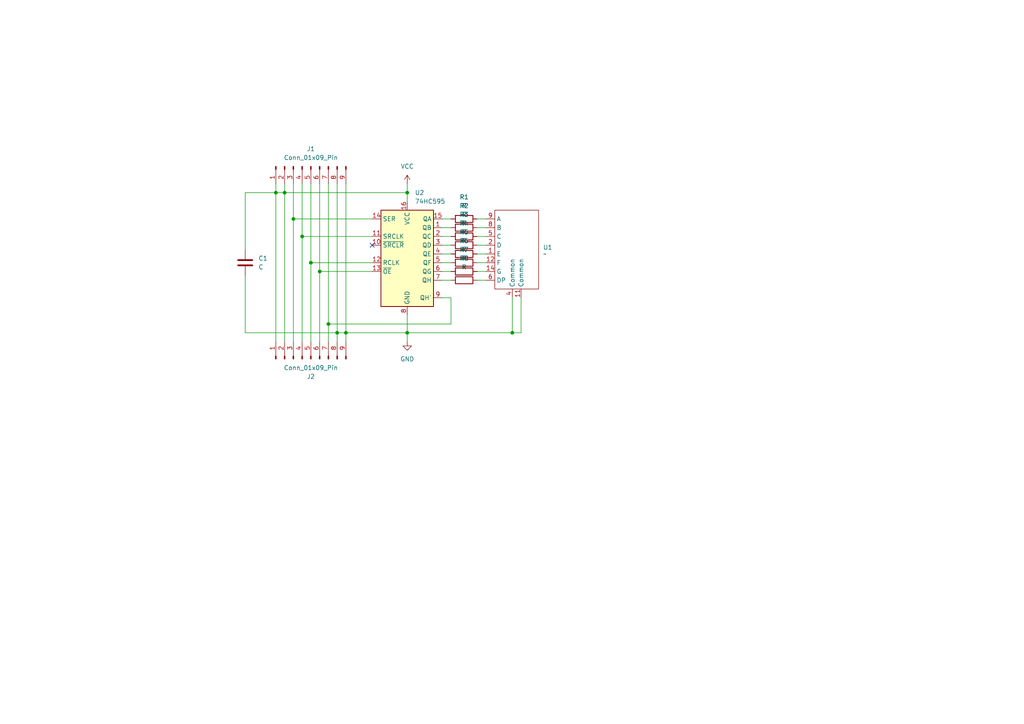
<source format=kicad_sch>
(kicad_sch (version 20231120) (generator "eeschema") (generator_version "8.0")
  (paper "A4")
  (lib_symbols
    (symbol "74xx:74HC595"
      (property "Reference" "U" (at -7.62 13.97 0))
      (property "Value" "74HC595" (at -7.62 -16.51 0))
      (symbol "74HC595_1_0"
        (pin tri_state line (at 10.16 7.62 180) (length 2.54) (name "QB") (number "1"))
        (pin input line (at -10.16 2.54 0) (length 2.54) (name "~{SRCLR}") (number "10"))
        (pin input line (at -10.16 5.08 0) (length 2.54) (name "SRCLK") (number "11"))
        (pin input line (at -10.16 -2.54 0) (length 2.54) (name "RCLK") (number "12"))
        (pin input line (at -10.16 -5.08 0) (length 2.54) (name "~{OE}") (number "13"))
        (pin input line (at -10.16 10.16 0) (length 2.54) (name "SER") (number "14"))
        (pin tri_state line (at 10.16 10.16 180) (length 2.54) (name "QA") (number "15"))
        (pin power_in line (at 0 15.24 270) (length 2.54) (name "VCC") (number "16"))
        (pin tri_state line (at 10.16 5.08 180) (length 2.54) (name "QC") (number "2"))
        (pin tri_state line (at 10.16 2.54 180) (length 2.54) (name "QD") (number "3"))
        (pin tri_state line (at 10.16 0 180) (length 2.54) (name "QE") (number "4"))
        (pin tri_state line (at 10.16 -2.54 180) (length 2.54) (name "QF") (number "5"))
        (pin tri_state line (at 10.16 -5.08 180) (length 2.54) (name "QG") (number "6"))
        (pin tri_state line (at 10.16 -7.62 180) (length 2.54) (name "QH") (number "7"))
        (pin power_in line (at 0 -17.78 90) (length 2.54) (name "GND") (number "8"))
        (pin output line (at 10.16 -12.7 180) (length 2.54) (name "QH'") (number "9"))
      )
      (symbol "74HC595_1_1"
        (rectangle (start -7.62 12.7) (end 7.62 -15.24) (stroke (width 0.254)) (fill (type background)))
      )
    )
    (symbol "Components:OSL11001"
      (property "Reference" "U" (at 0 2.794 0))
      (symbol "OSL11001_0_1"
        (rectangle (start -6.35 0) (end 6.35 -22.86))
      )
      (symbol "OSL11001_1_1"
        (pin passive line (at -8.89 -12.7 0) (length 2.54) (name "E") (number "1"))
        (pin passive line (at 1.27 -25.4 90) (length 2.54) (name "Common") (number "11"))
        (pin passive line (at -8.89 -15.24 0) (length 2.54) (name "F") (number "12"))
        (pin passive line (at -8.89 -17.78 0) (length 2.54) (name "G") (number "14"))
        (pin passive line (at -8.89 -10.16 0) (length 2.54) (name "D") (number "2"))
        (pin passive line (at -1.27 -25.4 90) (length 2.54) (name "Common") (number "4"))
        (pin passive line (at -8.89 -7.62 0) (length 2.54) (name "C") (number "5"))
        (pin passive line (at -8.89 -20.32 0) (length 2.54) (name "DP") (number "6"))
        (pin passive line (at -8.89 -5.08 0) (length 2.54) (name "B") (number "8"))
        (pin passive line (at -8.89 -2.54 0) (length 2.54) (name "A") (number "9"))
      )
    )
    (symbol "Connector:Conn_01x09_Pin" (pin_names (offset 1.016) hide)
      (property "Reference" "J" (at 0 12.7 0))
      (property "Value" "Conn_01x09_Pin" (at 0 -12.7 0))
      (symbol "Conn_01x09_Pin_1_1"
        (polyline (pts (xy 1.27 -10.16) (xy 0.8636 -10.16)) (stroke (width 0.1524)))
        (polyline (pts (xy 1.27 -7.62) (xy 0.8636 -7.62)) (stroke (width 0.1524)))
        (polyline (pts (xy 1.27 -5.08) (xy 0.8636 -5.08)) (stroke (width 0.1524)))
        (polyline (pts (xy 1.27 -2.54) (xy 0.8636 -2.54)) (stroke (width 0.1524)))
        (polyline (pts (xy 1.27 0) (xy 0.8636 0)) (stroke (width 0.1524)))
        (polyline (pts (xy 1.27 2.54) (xy 0.8636 2.54)) (stroke (width 0.1524)))
        (polyline (pts (xy 1.27 5.08) (xy 0.8636 5.08)) (stroke (width 0.1524)))
        (polyline (pts (xy 1.27 7.62) (xy 0.8636 7.62)) (stroke (width 0.1524)))
        (polyline (pts (xy 1.27 10.16) (xy 0.8636 10.16)) (stroke (width 0.1524)))
        (rectangle (start 0.8636 -10.033) (end 0 -10.287) (stroke (width 0.1524)) (fill (type outline)))
        (rectangle (start 0.8636 -7.493) (end 0 -7.747) (stroke (width 0.1524)) (fill (type outline)))
        (rectangle (start 0.8636 -4.953) (end 0 -5.207) (stroke (width 0.1524)) (fill (type outline)))
        (rectangle (start 0.8636 -2.413) (end 0 -2.667) (stroke (width 0.1524)) (fill (type outline)))
        (rectangle (start 0.8636 0.127) (end 0 -0.127) (stroke (width 0.1524)) (fill (type outline)))
        (rectangle (start 0.8636 2.667) (end 0 2.413) (stroke (width 0.1524)) (fill (type outline)))
        (rectangle (start 0.8636 5.207) (end 0 4.953) (stroke (width 0.1524)) (fill (type outline)))
        (rectangle (start 0.8636 7.747) (end 0 7.493) (stroke (width 0.1524)) (fill (type outline)))
        (rectangle (start 0.8636 10.287) (end 0 10.033) (stroke (width 0.1524)) (fill (type outline)))
        (pin passive line (at 5.08 10.16 180) (length 3.81) (name "Pin_1") (number "1"))
        (pin passive line (at 5.08 7.62 180) (length 3.81) (name "Pin_2") (number "2"))
        (pin passive line (at 5.08 5.08 180) (length 3.81) (name "Pin_3") (number "3"))
        (pin passive line (at 5.08 2.54 180) (length 3.81) (name "Pin_4") (number "4"))
        (pin passive line (at 5.08 0 180) (length 3.81) (name "Pin_5") (number "5"))
        (pin passive line (at 5.08 -2.54 180) (length 3.81) (name "Pin_6") (number "6"))
        (pin passive line (at 5.08 -5.08 180) (length 3.81) (name "Pin_7") (number "7"))
        (pin passive line (at 5.08 -7.62 180) (length 3.81) (name "Pin_8") (number "8"))
        (pin passive line (at 5.08 -10.16 180) (length 3.81) (name "Pin_9") (number "9"))
      )
    )
    (symbol "Device:C" (pin_numbers hide) (pin_names (offset 0.254))
      (property "Reference" "C" (at 0.635 2.54 0))
      (property "Value" "C" (at 0.635 -2.54 0))
      (symbol "C_0_1"
        (polyline (pts (xy -2.032 -0.762) (xy 2.032 -0.762)) (stroke (width 0.508)))
        (polyline (pts (xy -2.032 0.762) (xy 2.032 0.762)) (stroke (width 0.508)))
      )
      (symbol "C_1_1"
        (pin passive line (at 0 3.81 270) (length 2.794) (name "~") (number "1"))
        (pin passive line (at 0 -3.81 90) (length 2.794) (name "~") (number "2"))
      )
    )
    (symbol "Device:R" (pin_numbers hide) (pin_names (offset 0))
      (property "Reference" "R" (at 2.032 0 90))
      (property "Value" "R" (at 0 0 90))
      (symbol "R_0_1"
        (rectangle (start -1.016 -2.54) (end 1.016 2.54) (stroke (width 0.254)))
      )
      (symbol "R_1_1"
        (pin passive line (at 0 3.81 270) (length 1.27) (name "~") (number "1"))
        (pin passive line (at 0 -3.81 90) (length 1.27) (name "~") (number "2"))
      )
    )
    (symbol "power:GND" (power) (pin_numbers hide) (pin_names (offset 0) hide)
      (property "Value" "GND" (at 0 -3.81 0))
      (symbol "GND_0_1"
        (polyline (pts (xy 0 0) (xy 0 -1.27) (xy 1.27 -1.27) (xy 0 -2.54) (xy -1.27 -1.27) (xy 0 -1.27)))
      )
      (symbol "GND_1_1"
        (pin power_in line (at 0 0 270) (length 0) (name "~") (number "1"))
      )
    )
    (symbol "power:VCC" (power) (pin_numbers hide) (pin_names (offset 0) hide)
      (property "Value" "VCC" (at 0 3.556 0))
      (symbol "VCC_0_1"
        (polyline (pts (xy -0.762 1.27) (xy 0 2.54)))
        (polyline (pts (xy 0 0) (xy 0 2.54)))
        (polyline (pts (xy 0 2.54) (xy 0.762 1.27)))
      )
      (symbol "VCC_1_1"
        (pin power_in line (at 0 0 90) (length 0) (name "~") (number "1"))
      )
    )
  )
  (junction (at 80.01 55.88))
  (junction (at 95.25 93.98))
  (junction (at 100.33 96.52))
  (junction (at 85.09 63.5))
  (junction (at 148.59 96.52))
  (junction (at 92.71 78.74))
  (junction (at 97.79 96.52))
  (junction (at 118.11 96.52))
  (junction (at 82.55 55.88))
  (junction (at 87.63 68.58))
  (junction (at 118.11 55.88))
  (junction (at 90.17 76.2))
  (no_connect (at 107.95 71.12))
  (wire (pts (xy 130.81 63.5) (xy 128.27 63.5)))
  (wire (pts (xy 87.63 53.34) (xy 87.63 68.58)))
  (wire (pts (xy 90.17 76.2) (xy 107.95 76.2)))
  (wire (pts (xy 71.12 72.39) (xy 71.12 55.88)))
  (wire (pts (xy 140.97 73.66) (xy 138.43 73.66)))
  (wire (pts (xy 90.17 76.2) (xy 90.17 53.34)))
  (wire (pts (xy 80.01 53.34) (xy 80.01 55.88)))
  (wire (pts (xy 85.09 99.06) (xy 85.09 63.5)))
  (wire (pts (xy 118.11 99.06) (xy 118.11 96.52)))
  (wire (pts (xy 87.63 68.58) (xy 87.63 99.06)))
  (wire (pts (xy 130.81 68.58) (xy 128.27 68.58)))
  (wire (pts (xy 118.11 53.34) (xy 118.11 55.88)))
  (wire (pts (xy 140.97 71.12) (xy 138.43 71.12)))
  (wire (pts (xy 140.97 68.58) (xy 138.43 68.58)))
  (wire (pts (xy 100.33 96.52) (xy 100.33 99.06)))
  (wire (pts (xy 128.27 86.36) (xy 130.81 86.36)))
  (wire (pts (xy 151.13 86.36) (xy 151.13 96.52)))
  (wire (pts (xy 82.55 99.06) (xy 82.55 55.88)))
  (wire (pts (xy 140.97 81.28) (xy 138.43 81.28)))
  (wire (pts (xy 130.81 66.04) (xy 128.27 66.04)))
  (wire (pts (xy 71.12 96.52) (xy 97.79 96.52)))
  (wire (pts (xy 71.12 55.88) (xy 80.01 55.88)))
  (wire (pts (xy 130.81 71.12) (xy 128.27 71.12)))
  (wire (pts (xy 82.55 55.88) (xy 118.11 55.88)))
  (wire (pts (xy 130.81 73.66) (xy 128.27 73.66)))
  (wire (pts (xy 140.97 76.2) (xy 138.43 76.2)))
  (wire (pts (xy 130.81 81.28) (xy 128.27 81.28)))
  (wire (pts (xy 130.81 78.74) (xy 128.27 78.74)))
  (wire (pts (xy 71.12 80.01) (xy 71.12 96.52)))
  (wire (pts (xy 140.97 66.04) (xy 138.43 66.04)))
  (wire (pts (xy 100.33 96.52) (xy 100.33 53.34)))
  (wire (pts (xy 92.71 78.74) (xy 107.95 78.74)))
  (wire (pts (xy 100.33 96.52) (xy 118.11 96.52)))
  (wire (pts (xy 118.11 96.52) (xy 148.59 96.52)))
  (wire (pts (xy 85.09 63.5) (xy 85.09 53.34)))
  (wire (pts (xy 148.59 96.52) (xy 148.59 86.36)))
  (wire (pts (xy 97.79 96.52) (xy 97.79 99.06)))
  (wire (pts (xy 90.17 99.06) (xy 90.17 76.2)))
  (wire (pts (xy 130.81 76.2) (xy 128.27 76.2)))
  (wire (pts (xy 95.25 93.98) (xy 130.81 93.98)))
  (wire (pts (xy 95.25 93.98) (xy 95.25 53.34)))
  (wire (pts (xy 80.01 55.88) (xy 80.01 99.06)))
  (wire (pts (xy 130.81 86.36) (xy 130.81 93.98)))
  (wire (pts (xy 151.13 96.52) (xy 148.59 96.52)))
  (wire (pts (xy 118.11 55.88) (xy 118.11 58.42)))
  (wire (pts (xy 82.55 55.88) (xy 82.55 53.34)))
  (wire (pts (xy 82.55 55.88) (xy 80.01 55.88)))
  (wire (pts (xy 118.11 91.44) (xy 118.11 96.52)))
  (wire (pts (xy 140.97 78.74) (xy 138.43 78.74)))
  (wire (pts (xy 100.33 96.52) (xy 97.79 96.52)))
  (wire (pts (xy 107.95 68.58) (xy 87.63 68.58)))
  (wire (pts (xy 85.09 63.5) (xy 107.95 63.5)))
  (wire (pts (xy 92.71 78.74) (xy 92.71 53.34)))
  (wire (pts (xy 95.25 99.06) (xy 95.25 93.98)))
  (wire (pts (xy 97.79 53.34) (xy 97.79 96.52)))
  (wire (pts (xy 140.97 63.5) (xy 138.43 63.5)))
  (wire (pts (xy 92.71 99.06) (xy 92.71 78.74)))
  (symbol (lib_id "Device:R") (at 134.62 68.58 90) (unit 1)
    (property "Reference" "R3" (at 134.62 62.23 90))
    (property "Value" "R" (at 134.62 64.77 90))
    (property "Footprint" "Resistor_SMD:R_0603_1608Metric" (effects (hide yes)))
    (property "Description" "Resistor" (effects (hide yes)))
    (property "LCSC" "C114669" (effects (hide yes)))
  )
  (symbol (lib_id "power:VCC") (at 118.11 53.34 0) (unit 1)
    (property "Reference" "#PWR01" (effects (hide yes)))
    (property "Value" "VCC" (at 118.11 48.26 0))
    (property "Description" "Power symbol creates a global label with name \"VCC\"" (effects (hide yes)))
  )
  (symbol (lib_id "Device:R") (at 134.62 78.74 90) (unit 1)
    (property "Reference" "R7" (at 134.62 72.39 90))
    (property "Value" "R" (at 134.62 74.93 90))
    (property "Footprint" "Resistor_SMD:R_0603_1608Metric" (effects (hide yes)))
    (property "Description" "Resistor" (effects (hide yes)))
    (property "LCSC" "C114669" (effects (hide yes)))
  )
  (symbol (lib_id "Device:R") (at 134.62 76.2 90) (unit 1)
    (property "Reference" "R6" (at 134.62 69.85 90))
    (property "Value" "R" (at 134.62 72.39 90))
    (property "Footprint" "Resistor_SMD:R_0603_1608Metric" (effects (hide yes)))
    (property "Description" "Resistor" (effects (hide yes)))
    (property "LCSC" "C114669" (effects (hide yes)))
  )
  (symbol (lib_id "power:GND") (at 118.11 99.06 0) (unit 1)
    (property "Reference" "#PWR02" (effects (hide yes)))
    (property "Value" "GND" (at 118.11 104.14 0))
    (property "Description" "Power symbol creates a global label with name \"GND\" , ground" (effects (hide yes)))
  )
  (symbol (lib_id "Device:R") (at 134.62 66.04 90) (unit 1)
    (property "Reference" "R2" (at 134.62 59.69 90))
    (property "Value" "R" (at 134.62 62.23 90))
    (property "Footprint" "Resistor_SMD:R_0603_1608Metric" (effects (hide yes)))
    (property "Description" "Resistor" (effects (hide yes)))
    (property "LCSC" "C114669" (effects (hide yes)))
  )
  (symbol (lib_id "Connector:Conn_01x09_Pin") (at 90.17 104.14 90) (unit 1)
    (property "Reference" "J2" (at 90.17 109.22 90))
    (property "Value" "Conn_01x09_Pin" (at 90.17 106.68 90))
    (property "Footprint" "Connector_PinHeader_2.54mm:PinHeader_1x09_P2.54mm_Vertical" (effects (hide yes)))
    (property "Description" "Generic connector, single row, 01x09, script generated" (effects (hide yes)))
  )
  (symbol (lib_id "Device:R") (at 134.62 71.12 90) (unit 1)
    (property "Reference" "R4" (at 134.62 64.77 90))
    (property "Value" "R" (at 134.62 67.31 90))
    (property "Footprint" "Resistor_SMD:R_0603_1608Metric" (effects (hide yes)))
    (property "Description" "Resistor" (effects (hide yes)))
    (property "LCSC" "C114669" (effects (hide yes)))
  )
  (symbol (lib_id "Device:C") (at 71.12 76.2 0) (unit 1)
    (property "Reference" "C1" (at 74.93 74.9299 0) (effects (justify left)))
    (property "Value" "C" (at 74.93 77.4699 0) (effects (justify left)))
    (property "Footprint" "Capacitor_SMD:C_0603_1608Metric" (effects (hide yes)))
    (property "Description" "Unpolarized capacitor" (effects (hide yes)))
    (property "LCSC" "C1590" (effects (hide yes)))
  )
  (symbol (lib_id "74xx:74HC595") (at 118.11 73.66 0) (unit 1)
    (property "Reference" "U2" (at 120.3041 55.88 0) (effects (justify left)))
    (property "Value" "74HC595" (at 120.3041 58.42 0) (effects (justify left)))
    (property "Footprint" "Package_SO:SOP-16_4.4x10.4mm_P1.27mm" (effects (hide yes)))
    (property "Datasheet" "http://www.ti.com/lit/ds/symlink/sn74hc595.pdf" (effects (hide yes)))
    (property "Description" "8-bit serial in/out Shift Register 3-State Outputs" (effects (hide yes)))
    (property "LCSC" "C18164493" (effects (hide yes)))
  )
  (symbol (lib_id "Device:R") (at 134.62 63.5 90) (unit 1)
    (property "Reference" "R1" (at 134.62 57.15 90))
    (property "Value" "R" (at 134.62 59.69 90))
    (property "Footprint" "Resistor_SMD:R_0603_1608Metric" (effects (hide yes)))
    (property "Description" "Resistor" (effects (hide yes)))
    (property "LCSC" "C114669" (effects (hide yes)))
  )
  (symbol (lib_id "Device:R") (at 134.62 81.28 90) (unit 1)
    (property "Reference" "R8" (at 134.62 74.93 90))
    (property "Value" "R" (at 134.62 77.47 90))
    (property "Footprint" "Resistor_SMD:R_0603_1608Metric" (effects (hide yes)))
    (property "Description" "Resistor" (effects (hide yes)))
    (property "LCSC" "C2889411" (effects (hide yes)))
  )
  (symbol (lib_id "Connector:Conn_01x09_Pin") (at 90.17 48.26 90) (mirror x) (unit 1)
    (property "Reference" "J1" (at 90.17 43.18 90))
    (property "Value" "Conn_01x09_Pin" (at 90.17 45.72 90))
    (property "Footprint" "Connector_PinHeader_2.54mm:PinHeader_1x09_P2.54mm_Vertical" (effects (hide yes)))
    (property "Description" "Generic connector, single row, 01x09, script generated" (effects (hide yes)))
  )
  (symbol (lib_id "Components:OSL11001") (at 149.86 60.96 0) (unit 1)
    (property "Reference" "U1" (at 157.48 71.7549 0) (effects (justify left)))
    (property "Value" "~" (at 157.48 73.66 0) (effects (justify left)))
    (property "Footprint" "Footprints:OSL11001" (effects (hide yes)))
  )
  (symbol (lib_id "Device:R") (at 134.62 73.66 90) (unit 1)
    (property "Reference" "R5" (at 134.62 67.31 90))
    (property "Value" "R" (at 134.62 69.85 90))
    (property "Footprint" "Resistor_SMD:R_0603_1608Metric" (effects (hide yes)))
    (property "Description" "Resistor" (effects (hide yes)))
    (property "LCSC" "C114669" (effects (hide yes)))
  )
)
</source>
